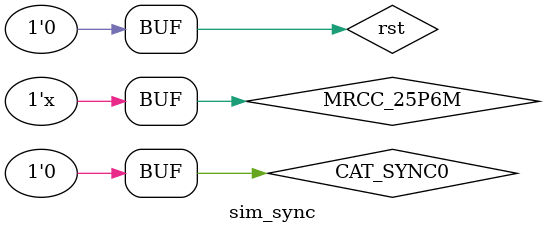
<source format=sv>
`timescale 1ns / 1ps


module sim_sync();

parameter SIMULATION_FREQ = 1000 * 1000 * 1000;

parameter SYSTEM_CLOCK_FREQ = 25.6 * 1000 * 1000;

parameter CAT_SYNC0_PULSE_WIDTH = 800;
parameter CAT_SYNC0_FREQ = 1000;

reg MRCC_25P6M;
reg CAT_SYNC0;

reg [2:0] sync0;
reg rst;

reg ref_clk_init;
wire ref_clk_init_done;

wire [9:0] time_cnt;
wire [14:0] mod_idx;
wire [15:0] lm_idx;
wire [20:0] ref_clk;

synchronizer synchronizer(
                 .SYS_CLK(MRCC_25P6M),
                 .RST(rst),
                 .SYNC(sync0 == 3'b011),

                 .REF_CLK_CYCLE_SHIFT(8'd0),

                 .REF_CLK_INIT(ref_clk_init),
                 .REF_CLK_INIT_DONE_OUT(ref_clk_init_done),

                 .LM_CLK_INIT(),
                 .LM_CLK_CYCLE(),
                 .LAP_OUT(),
                 .LM_CLK_CALIB(),
                 .LM_CLK_CALIB_SHIFT(),
                 .LM_CLK_CALIB_DONE_OUT(),

                 .MOD_IDX_SHIFT(8'd1),

                 .TIME_CNT_OUT(time_cnt),
                 .MOD_IDX_OUT(mod_idx),
                 .LM_IDX_OUT(lm_idx),
                 .REF_CLK_OUT(ref_clk)
             );

initial begin
    MRCC_25P6M = 0;
    CAT_SYNC0 = 0;
    rst = 1;
    #20000;
    rst = 0;
end

// main clock 25.6MHz
always begin
    #19.531 MRCC_25P6M = ~MRCC_25P6M;
    #19.531 MRCC_25P6M = ~MRCC_25P6M;
    #19.531 MRCC_25P6M = ~MRCC_25P6M;
    #19.532 MRCC_25P6M = ~MRCC_25P6M;
end

always begin
    #(SIMULATION_FREQ/CAT_SYNC0_FREQ - CAT_SYNC0_PULSE_WIDTH)  CAT_SYNC0 = 1;
    #(CAT_SYNC0_PULSE_WIDTH) CAT_SYNC0 = 0;
end

always @(posedge MRCC_25P6M) begin
    sync0 <= {sync0[1:0], CAT_SYNC0};
end

endmodule

</source>
